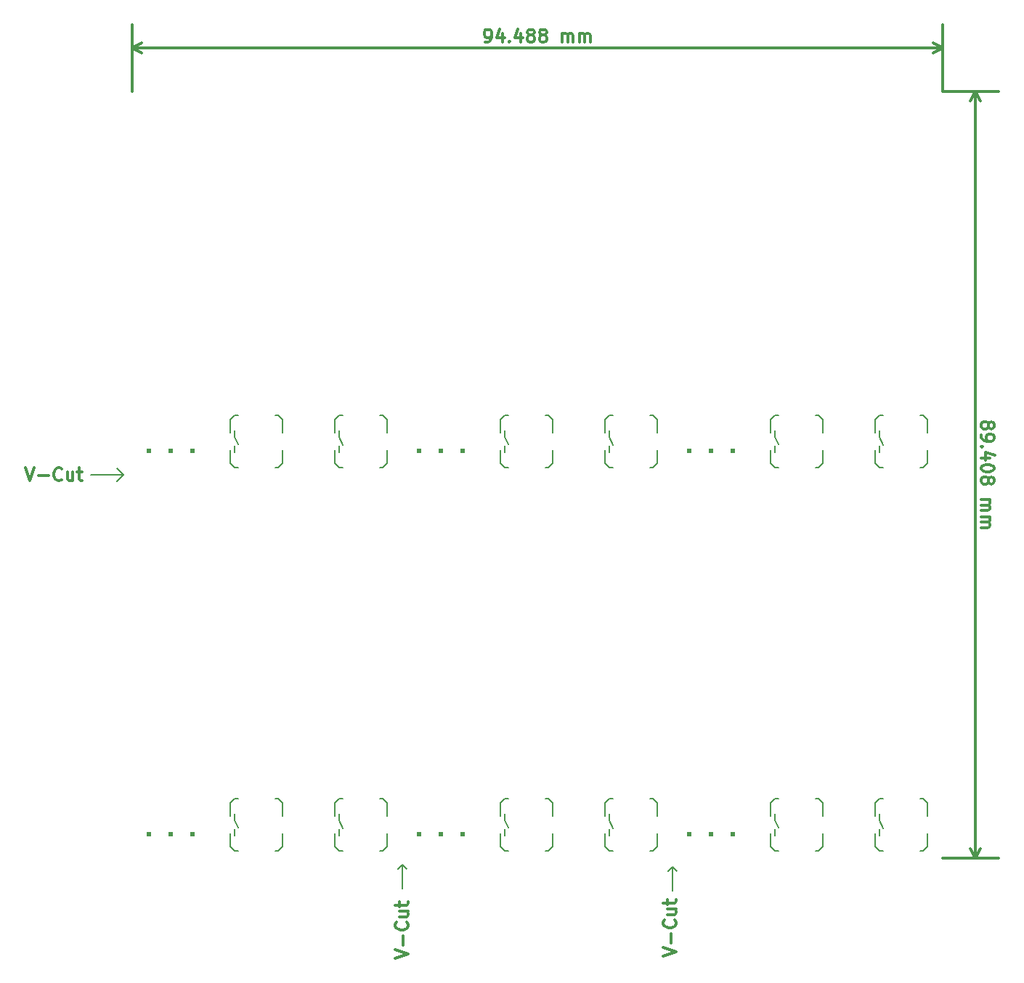
<source format=gbr>
G04 #@! TF.FileFunction,Drawing*
%FSLAX46Y46*%
G04 Gerber Fmt 4.6, Leading zero omitted, Abs format (unit mm)*
G04 Created by KiCad (PCBNEW 4.0.1-2.201512121406+6195~38~ubuntu15.10.1-stable) date Monday, December 14, 2015 PM10:58:21 HKT*
%MOMM*%
G01*
G04 APERTURE LIST*
%ADD10C,0.100000*%
%ADD11C,0.300000*%
%ADD12C,0.200000*%
%ADD13C,0.203200*%
G04 APERTURE END LIST*
D10*
D11*
X61916571Y-11413714D02*
X63416571Y-10913714D01*
X61916571Y-10413714D01*
X62845143Y-9913714D02*
X62845143Y-8770857D01*
X63273714Y-7199428D02*
X63345143Y-7270857D01*
X63416571Y-7485143D01*
X63416571Y-7628000D01*
X63345143Y-7842285D01*
X63202286Y-7985143D01*
X63059429Y-8056571D01*
X62773714Y-8128000D01*
X62559429Y-8128000D01*
X62273714Y-8056571D01*
X62130857Y-7985143D01*
X61988000Y-7842285D01*
X61916571Y-7628000D01*
X61916571Y-7485143D01*
X61988000Y-7270857D01*
X62059429Y-7199428D01*
X62416571Y-5913714D02*
X63416571Y-5913714D01*
X62416571Y-6556571D02*
X63202286Y-6556571D01*
X63345143Y-6485143D01*
X63416571Y-6342285D01*
X63416571Y-6128000D01*
X63345143Y-5985143D01*
X63273714Y-5913714D01*
X62416571Y-5413714D02*
X62416571Y-4842285D01*
X61916571Y-5199428D02*
X63202286Y-5199428D01*
X63345143Y-5128000D01*
X63416571Y-4985142D01*
X63416571Y-4842285D01*
D12*
X62992000Y-1016000D02*
X62992000Y-3810000D01*
X62992000Y-1016000D02*
X62484000Y-1524000D01*
X62992000Y-1016000D02*
X63500000Y-1524000D01*
D11*
X30674571Y-11667714D02*
X32174571Y-11167714D01*
X30674571Y-10667714D01*
X31603143Y-10167714D02*
X31603143Y-9024857D01*
X32031714Y-7453428D02*
X32103143Y-7524857D01*
X32174571Y-7739143D01*
X32174571Y-7882000D01*
X32103143Y-8096285D01*
X31960286Y-8239143D01*
X31817429Y-8310571D01*
X31531714Y-8382000D01*
X31317429Y-8382000D01*
X31031714Y-8310571D01*
X30888857Y-8239143D01*
X30746000Y-8096285D01*
X30674571Y-7882000D01*
X30674571Y-7739143D01*
X30746000Y-7524857D01*
X30817429Y-7453428D01*
X31174571Y-6167714D02*
X32174571Y-6167714D01*
X31174571Y-6810571D02*
X31960286Y-6810571D01*
X32103143Y-6739143D01*
X32174571Y-6596285D01*
X32174571Y-6382000D01*
X32103143Y-6239143D01*
X32031714Y-6167714D01*
X31174571Y-5667714D02*
X31174571Y-5096285D01*
X30674571Y-5453428D02*
X31960286Y-5453428D01*
X32103143Y-5382000D01*
X32174571Y-5239142D01*
X32174571Y-5096285D01*
D12*
X31496000Y-762000D02*
X32004000Y-1270000D01*
X31496000Y-762000D02*
X30988000Y-1270000D01*
X31496000Y-762000D02*
X31496000Y-3556000D01*
D11*
X-12429714Y45525429D02*
X-11929714Y44025429D01*
X-11429714Y45525429D01*
X-10929714Y44596857D02*
X-9786857Y44596857D01*
X-8215428Y44168286D02*
X-8286857Y44096857D01*
X-8501143Y44025429D01*
X-8644000Y44025429D01*
X-8858285Y44096857D01*
X-9001143Y44239714D01*
X-9072571Y44382571D01*
X-9144000Y44668286D01*
X-9144000Y44882571D01*
X-9072571Y45168286D01*
X-9001143Y45311143D01*
X-8858285Y45454000D01*
X-8644000Y45525429D01*
X-8501143Y45525429D01*
X-8286857Y45454000D01*
X-8215428Y45382571D01*
X-6929714Y45025429D02*
X-6929714Y44025429D01*
X-7572571Y45025429D02*
X-7572571Y44239714D01*
X-7501143Y44096857D01*
X-7358285Y44025429D01*
X-7144000Y44025429D01*
X-7001143Y44096857D01*
X-6929714Y44168286D01*
X-6429714Y45025429D02*
X-5858285Y45025429D01*
X-6215428Y45525429D02*
X-6215428Y44239714D01*
X-6144000Y44096857D01*
X-6001142Y44025429D01*
X-5858285Y44025429D01*
D12*
X-1016000Y44704000D02*
X-1778000Y43942000D01*
X-1016000Y44704000D02*
X-1778000Y45466000D01*
X-1016000Y44704000D02*
X-4826000Y44704000D01*
D11*
X99826571Y50632570D02*
X99898000Y50775428D01*
X99969429Y50846856D01*
X100112286Y50918285D01*
X100183714Y50918285D01*
X100326571Y50846856D01*
X100398000Y50775428D01*
X100469429Y50632570D01*
X100469429Y50346856D01*
X100398000Y50203999D01*
X100326571Y50132570D01*
X100183714Y50061142D01*
X100112286Y50061142D01*
X99969429Y50132570D01*
X99898000Y50203999D01*
X99826571Y50346856D01*
X99826571Y50632570D01*
X99755143Y50775428D01*
X99683714Y50846856D01*
X99540857Y50918285D01*
X99255143Y50918285D01*
X99112286Y50846856D01*
X99040857Y50775428D01*
X98969429Y50632570D01*
X98969429Y50346856D01*
X99040857Y50203999D01*
X99112286Y50132570D01*
X99255143Y50061142D01*
X99540857Y50061142D01*
X99683714Y50132570D01*
X99755143Y50203999D01*
X99826571Y50346856D01*
X98969429Y49346857D02*
X98969429Y49061142D01*
X99040857Y48918285D01*
X99112286Y48846857D01*
X99326571Y48703999D01*
X99612286Y48632571D01*
X100183714Y48632571D01*
X100326571Y48703999D01*
X100398000Y48775428D01*
X100469429Y48918285D01*
X100469429Y49203999D01*
X100398000Y49346857D01*
X100326571Y49418285D01*
X100183714Y49489714D01*
X99826571Y49489714D01*
X99683714Y49418285D01*
X99612286Y49346857D01*
X99540857Y49203999D01*
X99540857Y48918285D01*
X99612286Y48775428D01*
X99683714Y48703999D01*
X99826571Y48632571D01*
X99112286Y47989714D02*
X99040857Y47918286D01*
X98969429Y47989714D01*
X99040857Y48061143D01*
X99112286Y47989714D01*
X98969429Y47989714D01*
X99969429Y46632571D02*
X98969429Y46632571D01*
X100540857Y46989714D02*
X99469429Y47346857D01*
X99469429Y46418285D01*
X100469429Y45561143D02*
X100469429Y45418286D01*
X100398000Y45275429D01*
X100326571Y45204000D01*
X100183714Y45132571D01*
X99898000Y45061143D01*
X99540857Y45061143D01*
X99255143Y45132571D01*
X99112286Y45204000D01*
X99040857Y45275429D01*
X98969429Y45418286D01*
X98969429Y45561143D01*
X99040857Y45704000D01*
X99112286Y45775429D01*
X99255143Y45846857D01*
X99540857Y45918286D01*
X99898000Y45918286D01*
X100183714Y45846857D01*
X100326571Y45775429D01*
X100398000Y45704000D01*
X100469429Y45561143D01*
X99826571Y44204000D02*
X99898000Y44346858D01*
X99969429Y44418286D01*
X100112286Y44489715D01*
X100183714Y44489715D01*
X100326571Y44418286D01*
X100398000Y44346858D01*
X100469429Y44204000D01*
X100469429Y43918286D01*
X100398000Y43775429D01*
X100326571Y43704000D01*
X100183714Y43632572D01*
X100112286Y43632572D01*
X99969429Y43704000D01*
X99898000Y43775429D01*
X99826571Y43918286D01*
X99826571Y44204000D01*
X99755143Y44346858D01*
X99683714Y44418286D01*
X99540857Y44489715D01*
X99255143Y44489715D01*
X99112286Y44418286D01*
X99040857Y44346858D01*
X98969429Y44204000D01*
X98969429Y43918286D01*
X99040857Y43775429D01*
X99112286Y43704000D01*
X99255143Y43632572D01*
X99540857Y43632572D01*
X99683714Y43704000D01*
X99755143Y43775429D01*
X99826571Y43918286D01*
X98969429Y41846858D02*
X99969429Y41846858D01*
X99826571Y41846858D02*
X99898000Y41775430D01*
X99969429Y41632572D01*
X99969429Y41418287D01*
X99898000Y41275430D01*
X99755143Y41204001D01*
X98969429Y41204001D01*
X99755143Y41204001D02*
X99898000Y41132572D01*
X99969429Y40989715D01*
X99969429Y40775430D01*
X99898000Y40632572D01*
X99755143Y40561144D01*
X98969429Y40561144D01*
X98969429Y39846858D02*
X99969429Y39846858D01*
X99826571Y39846858D02*
X99898000Y39775430D01*
X99969429Y39632572D01*
X99969429Y39418287D01*
X99898000Y39275430D01*
X99755143Y39204001D01*
X98969429Y39204001D01*
X99755143Y39204001D02*
X99898000Y39132572D01*
X99969429Y38989715D01*
X99969429Y38775430D01*
X99898000Y38632572D01*
X99755143Y38561144D01*
X98969429Y38561144D01*
X98298000Y89408000D02*
X98298000Y0D01*
X94488000Y89408000D02*
X100998000Y89408000D01*
X94488000Y0D02*
X100998000Y0D01*
X98298000Y0D02*
X97711579Y1126504D01*
X98298000Y0D02*
X98884421Y1126504D01*
X98298000Y89408000D02*
X97711579Y88281496D01*
X98298000Y89408000D02*
X98884421Y88281496D01*
X41172572Y95159429D02*
X41458287Y95159429D01*
X41601144Y95230857D01*
X41672572Y95302286D01*
X41815430Y95516571D01*
X41886858Y95802286D01*
X41886858Y96373714D01*
X41815430Y96516571D01*
X41744001Y96588000D01*
X41601144Y96659429D01*
X41315430Y96659429D01*
X41172572Y96588000D01*
X41101144Y96516571D01*
X41029715Y96373714D01*
X41029715Y96016571D01*
X41101144Y95873714D01*
X41172572Y95802286D01*
X41315430Y95730857D01*
X41601144Y95730857D01*
X41744001Y95802286D01*
X41815430Y95873714D01*
X41886858Y96016571D01*
X43172572Y96159429D02*
X43172572Y95159429D01*
X42815429Y96730857D02*
X42458286Y95659429D01*
X43386858Y95659429D01*
X43958286Y95302286D02*
X44029714Y95230857D01*
X43958286Y95159429D01*
X43886857Y95230857D01*
X43958286Y95302286D01*
X43958286Y95159429D01*
X45315429Y96159429D02*
X45315429Y95159429D01*
X44958286Y96730857D02*
X44601143Y95659429D01*
X45529715Y95659429D01*
X46315429Y96016571D02*
X46172571Y96088000D01*
X46101143Y96159429D01*
X46029714Y96302286D01*
X46029714Y96373714D01*
X46101143Y96516571D01*
X46172571Y96588000D01*
X46315429Y96659429D01*
X46601143Y96659429D01*
X46744000Y96588000D01*
X46815429Y96516571D01*
X46886857Y96373714D01*
X46886857Y96302286D01*
X46815429Y96159429D01*
X46744000Y96088000D01*
X46601143Y96016571D01*
X46315429Y96016571D01*
X46172571Y95945143D01*
X46101143Y95873714D01*
X46029714Y95730857D01*
X46029714Y95445143D01*
X46101143Y95302286D01*
X46172571Y95230857D01*
X46315429Y95159429D01*
X46601143Y95159429D01*
X46744000Y95230857D01*
X46815429Y95302286D01*
X46886857Y95445143D01*
X46886857Y95730857D01*
X46815429Y95873714D01*
X46744000Y95945143D01*
X46601143Y96016571D01*
X47744000Y96016571D02*
X47601142Y96088000D01*
X47529714Y96159429D01*
X47458285Y96302286D01*
X47458285Y96373714D01*
X47529714Y96516571D01*
X47601142Y96588000D01*
X47744000Y96659429D01*
X48029714Y96659429D01*
X48172571Y96588000D01*
X48244000Y96516571D01*
X48315428Y96373714D01*
X48315428Y96302286D01*
X48244000Y96159429D01*
X48172571Y96088000D01*
X48029714Y96016571D01*
X47744000Y96016571D01*
X47601142Y95945143D01*
X47529714Y95873714D01*
X47458285Y95730857D01*
X47458285Y95445143D01*
X47529714Y95302286D01*
X47601142Y95230857D01*
X47744000Y95159429D01*
X48029714Y95159429D01*
X48172571Y95230857D01*
X48244000Y95302286D01*
X48315428Y95445143D01*
X48315428Y95730857D01*
X48244000Y95873714D01*
X48172571Y95945143D01*
X48029714Y96016571D01*
X50101142Y95159429D02*
X50101142Y96159429D01*
X50101142Y96016571D02*
X50172570Y96088000D01*
X50315428Y96159429D01*
X50529713Y96159429D01*
X50672570Y96088000D01*
X50743999Y95945143D01*
X50743999Y95159429D01*
X50743999Y95945143D02*
X50815428Y96088000D01*
X50958285Y96159429D01*
X51172570Y96159429D01*
X51315428Y96088000D01*
X51386856Y95945143D01*
X51386856Y95159429D01*
X52101142Y95159429D02*
X52101142Y96159429D01*
X52101142Y96016571D02*
X52172570Y96088000D01*
X52315428Y96159429D01*
X52529713Y96159429D01*
X52672570Y96088000D01*
X52743999Y95945143D01*
X52743999Y95159429D01*
X52743999Y95945143D02*
X52815428Y96088000D01*
X52958285Y96159429D01*
X53172570Y96159429D01*
X53315428Y96088000D01*
X53386856Y95945143D01*
X53386856Y95159429D01*
X0Y94488000D02*
X94488000Y94488000D01*
X0Y89408000D02*
X0Y97188000D01*
X94488000Y89408000D02*
X94488000Y97188000D01*
X94488000Y94488000D02*
X93361496Y93901579D01*
X94488000Y94488000D02*
X93361496Y95074421D01*
X0Y94488000D02*
X1126504Y93901579D01*
X0Y94488000D02*
X1126504Y95074421D01*
D10*
G36*
X69723000Y2540000D02*
X70231000Y2540000D01*
X70231000Y3048000D01*
X69723000Y3048000D01*
X69723000Y2540000D01*
G37*
G36*
X67183000Y2540000D02*
X67691000Y2540000D01*
X67691000Y3048000D01*
X67183000Y3048000D01*
X67183000Y2540000D01*
G37*
G36*
X64643000Y2540000D02*
X65151000Y2540000D01*
X65151000Y3048000D01*
X64643000Y3048000D01*
X64643000Y2540000D01*
G37*
D13*
X80518000Y4953000D02*
X80518000Y6477000D01*
X80518000Y6477000D02*
X80010000Y6985000D01*
X80010000Y889000D02*
X80518000Y1397000D01*
X80518000Y1397000D02*
X80518000Y2921000D01*
X74930000Y6985000D02*
X74422000Y6477000D01*
X74422000Y6477000D02*
X74422000Y4953000D01*
X74930000Y889000D02*
X74422000Y1397000D01*
X74422000Y1397000D02*
X74422000Y2921000D01*
X80010000Y889000D02*
X79629000Y889000D01*
X74930000Y889000D02*
X75311000Y889000D01*
X74930000Y6985000D02*
X75311000Y6985000D01*
X80010000Y6985000D02*
X79629000Y6985000D01*
X74930000Y5207000D02*
X74930000Y4445000D01*
X74930000Y3429000D02*
X74930000Y2667000D01*
X74930000Y4445000D02*
X75311000Y3556000D01*
X92710000Y4890000D02*
X92710000Y6414000D01*
X92710000Y6414000D02*
X92202000Y6922000D01*
X92202000Y826000D02*
X92710000Y1334000D01*
X92710000Y1334000D02*
X92710000Y2858000D01*
X87122000Y6922000D02*
X86614000Y6414000D01*
X86614000Y6414000D02*
X86614000Y4890000D01*
X87122000Y826000D02*
X86614000Y1334000D01*
X86614000Y1334000D02*
X86614000Y2858000D01*
X92202000Y826000D02*
X91821000Y826000D01*
X87122000Y826000D02*
X87503000Y826000D01*
X87122000Y6922000D02*
X87503000Y6922000D01*
X92202000Y6922000D02*
X91821000Y6922000D01*
X87122000Y5144000D02*
X87122000Y4382000D01*
X87122000Y3366000D02*
X87122000Y2604000D01*
X87122000Y4382000D02*
X87503000Y3493000D01*
D10*
G36*
X69723000Y47244000D02*
X70231000Y47244000D01*
X70231000Y47752000D01*
X69723000Y47752000D01*
X69723000Y47244000D01*
G37*
G36*
X67183000Y47244000D02*
X67691000Y47244000D01*
X67691000Y47752000D01*
X67183000Y47752000D01*
X67183000Y47244000D01*
G37*
G36*
X64643000Y47244000D02*
X65151000Y47244000D01*
X65151000Y47752000D01*
X64643000Y47752000D01*
X64643000Y47244000D01*
G37*
D13*
X80518000Y49657000D02*
X80518000Y51181000D01*
X80518000Y51181000D02*
X80010000Y51689000D01*
X80010000Y45593000D02*
X80518000Y46101000D01*
X80518000Y46101000D02*
X80518000Y47625000D01*
X74930000Y51689000D02*
X74422000Y51181000D01*
X74422000Y51181000D02*
X74422000Y49657000D01*
X74930000Y45593000D02*
X74422000Y46101000D01*
X74422000Y46101000D02*
X74422000Y47625000D01*
X80010000Y45593000D02*
X79629000Y45593000D01*
X74930000Y45593000D02*
X75311000Y45593000D01*
X74930000Y51689000D02*
X75311000Y51689000D01*
X80010000Y51689000D02*
X79629000Y51689000D01*
X74930000Y49911000D02*
X74930000Y49149000D01*
X74930000Y48133000D02*
X74930000Y47371000D01*
X74930000Y49149000D02*
X75311000Y48260000D01*
X92710000Y49594000D02*
X92710000Y51118000D01*
X92710000Y51118000D02*
X92202000Y51626000D01*
X92202000Y45530000D02*
X92710000Y46038000D01*
X92710000Y46038000D02*
X92710000Y47562000D01*
X87122000Y51626000D02*
X86614000Y51118000D01*
X86614000Y51118000D02*
X86614000Y49594000D01*
X87122000Y45530000D02*
X86614000Y46038000D01*
X86614000Y46038000D02*
X86614000Y47562000D01*
X92202000Y45530000D02*
X91821000Y45530000D01*
X87122000Y45530000D02*
X87503000Y45530000D01*
X87122000Y51626000D02*
X87503000Y51626000D01*
X92202000Y51626000D02*
X91821000Y51626000D01*
X87122000Y49848000D02*
X87122000Y49086000D01*
X87122000Y48070000D02*
X87122000Y47308000D01*
X87122000Y49086000D02*
X87503000Y48197000D01*
D10*
G36*
X38227000Y2540000D02*
X38735000Y2540000D01*
X38735000Y3048000D01*
X38227000Y3048000D01*
X38227000Y2540000D01*
G37*
G36*
X35687000Y2540000D02*
X36195000Y2540000D01*
X36195000Y3048000D01*
X35687000Y3048000D01*
X35687000Y2540000D01*
G37*
G36*
X33147000Y2540000D02*
X33655000Y2540000D01*
X33655000Y3048000D01*
X33147000Y3048000D01*
X33147000Y2540000D01*
G37*
D13*
X49022000Y4953000D02*
X49022000Y6477000D01*
X49022000Y6477000D02*
X48514000Y6985000D01*
X48514000Y889000D02*
X49022000Y1397000D01*
X49022000Y1397000D02*
X49022000Y2921000D01*
X43434000Y6985000D02*
X42926000Y6477000D01*
X42926000Y6477000D02*
X42926000Y4953000D01*
X43434000Y889000D02*
X42926000Y1397000D01*
X42926000Y1397000D02*
X42926000Y2921000D01*
X48514000Y889000D02*
X48133000Y889000D01*
X43434000Y889000D02*
X43815000Y889000D01*
X43434000Y6985000D02*
X43815000Y6985000D01*
X48514000Y6985000D02*
X48133000Y6985000D01*
X43434000Y5207000D02*
X43434000Y4445000D01*
X43434000Y3429000D02*
X43434000Y2667000D01*
X43434000Y4445000D02*
X43815000Y3556000D01*
X61214000Y4890000D02*
X61214000Y6414000D01*
X61214000Y6414000D02*
X60706000Y6922000D01*
X60706000Y826000D02*
X61214000Y1334000D01*
X61214000Y1334000D02*
X61214000Y2858000D01*
X55626000Y6922000D02*
X55118000Y6414000D01*
X55118000Y6414000D02*
X55118000Y4890000D01*
X55626000Y826000D02*
X55118000Y1334000D01*
X55118000Y1334000D02*
X55118000Y2858000D01*
X60706000Y826000D02*
X60325000Y826000D01*
X55626000Y826000D02*
X56007000Y826000D01*
X55626000Y6922000D02*
X56007000Y6922000D01*
X60706000Y6922000D02*
X60325000Y6922000D01*
X55626000Y5144000D02*
X55626000Y4382000D01*
X55626000Y3366000D02*
X55626000Y2604000D01*
X55626000Y4382000D02*
X56007000Y3493000D01*
D10*
G36*
X38227000Y47244000D02*
X38735000Y47244000D01*
X38735000Y47752000D01*
X38227000Y47752000D01*
X38227000Y47244000D01*
G37*
G36*
X35687000Y47244000D02*
X36195000Y47244000D01*
X36195000Y47752000D01*
X35687000Y47752000D01*
X35687000Y47244000D01*
G37*
G36*
X33147000Y47244000D02*
X33655000Y47244000D01*
X33655000Y47752000D01*
X33147000Y47752000D01*
X33147000Y47244000D01*
G37*
D13*
X49022000Y49657000D02*
X49022000Y51181000D01*
X49022000Y51181000D02*
X48514000Y51689000D01*
X48514000Y45593000D02*
X49022000Y46101000D01*
X49022000Y46101000D02*
X49022000Y47625000D01*
X43434000Y51689000D02*
X42926000Y51181000D01*
X42926000Y51181000D02*
X42926000Y49657000D01*
X43434000Y45593000D02*
X42926000Y46101000D01*
X42926000Y46101000D02*
X42926000Y47625000D01*
X48514000Y45593000D02*
X48133000Y45593000D01*
X43434000Y45593000D02*
X43815000Y45593000D01*
X43434000Y51689000D02*
X43815000Y51689000D01*
X48514000Y51689000D02*
X48133000Y51689000D01*
X43434000Y49911000D02*
X43434000Y49149000D01*
X43434000Y48133000D02*
X43434000Y47371000D01*
X43434000Y49149000D02*
X43815000Y48260000D01*
X61214000Y49594000D02*
X61214000Y51118000D01*
X61214000Y51118000D02*
X60706000Y51626000D01*
X60706000Y45530000D02*
X61214000Y46038000D01*
X61214000Y46038000D02*
X61214000Y47562000D01*
X55626000Y51626000D02*
X55118000Y51118000D01*
X55118000Y51118000D02*
X55118000Y49594000D01*
X55626000Y45530000D02*
X55118000Y46038000D01*
X55118000Y46038000D02*
X55118000Y47562000D01*
X60706000Y45530000D02*
X60325000Y45530000D01*
X55626000Y45530000D02*
X56007000Y45530000D01*
X55626000Y51626000D02*
X56007000Y51626000D01*
X60706000Y51626000D02*
X60325000Y51626000D01*
X55626000Y49848000D02*
X55626000Y49086000D01*
X55626000Y48070000D02*
X55626000Y47308000D01*
X55626000Y49086000D02*
X56007000Y48197000D01*
D10*
G36*
X6731000Y2540000D02*
X7239000Y2540000D01*
X7239000Y3048000D01*
X6731000Y3048000D01*
X6731000Y2540000D01*
G37*
G36*
X4191000Y2540000D02*
X4699000Y2540000D01*
X4699000Y3048000D01*
X4191000Y3048000D01*
X4191000Y2540000D01*
G37*
G36*
X1651000Y2540000D02*
X2159000Y2540000D01*
X2159000Y3048000D01*
X1651000Y3048000D01*
X1651000Y2540000D01*
G37*
D13*
X17526000Y4953000D02*
X17526000Y6477000D01*
X17526000Y6477000D02*
X17018000Y6985000D01*
X17018000Y889000D02*
X17526000Y1397000D01*
X17526000Y1397000D02*
X17526000Y2921000D01*
X11938000Y6985000D02*
X11430000Y6477000D01*
X11430000Y6477000D02*
X11430000Y4953000D01*
X11938000Y889000D02*
X11430000Y1397000D01*
X11430000Y1397000D02*
X11430000Y2921000D01*
X17018000Y889000D02*
X16637000Y889000D01*
X11938000Y889000D02*
X12319000Y889000D01*
X11938000Y6985000D02*
X12319000Y6985000D01*
X17018000Y6985000D02*
X16637000Y6985000D01*
X11938000Y5207000D02*
X11938000Y4445000D01*
X11938000Y3429000D02*
X11938000Y2667000D01*
X11938000Y4445000D02*
X12319000Y3556000D01*
X29718000Y4890000D02*
X29718000Y6414000D01*
X29718000Y6414000D02*
X29210000Y6922000D01*
X29210000Y826000D02*
X29718000Y1334000D01*
X29718000Y1334000D02*
X29718000Y2858000D01*
X24130000Y6922000D02*
X23622000Y6414000D01*
X23622000Y6414000D02*
X23622000Y4890000D01*
X24130000Y826000D02*
X23622000Y1334000D01*
X23622000Y1334000D02*
X23622000Y2858000D01*
X29210000Y826000D02*
X28829000Y826000D01*
X24130000Y826000D02*
X24511000Y826000D01*
X24130000Y6922000D02*
X24511000Y6922000D01*
X29210000Y6922000D02*
X28829000Y6922000D01*
X24130000Y5144000D02*
X24130000Y4382000D01*
X24130000Y3366000D02*
X24130000Y2604000D01*
X24130000Y4382000D02*
X24511000Y3493000D01*
X29718000Y49594000D02*
X29718000Y51118000D01*
X29718000Y51118000D02*
X29210000Y51626000D01*
X29210000Y45530000D02*
X29718000Y46038000D01*
X29718000Y46038000D02*
X29718000Y47562000D01*
X24130000Y51626000D02*
X23622000Y51118000D01*
X23622000Y51118000D02*
X23622000Y49594000D01*
X24130000Y45530000D02*
X23622000Y46038000D01*
X23622000Y46038000D02*
X23622000Y47562000D01*
X29210000Y45530000D02*
X28829000Y45530000D01*
X24130000Y45530000D02*
X24511000Y45530000D01*
X24130000Y51626000D02*
X24511000Y51626000D01*
X29210000Y51626000D02*
X28829000Y51626000D01*
X24130000Y49848000D02*
X24130000Y49086000D01*
X24130000Y48070000D02*
X24130000Y47308000D01*
X24130000Y49086000D02*
X24511000Y48197000D01*
X17526000Y49657000D02*
X17526000Y51181000D01*
X17526000Y51181000D02*
X17018000Y51689000D01*
X17018000Y45593000D02*
X17526000Y46101000D01*
X17526000Y46101000D02*
X17526000Y47625000D01*
X11938000Y51689000D02*
X11430000Y51181000D01*
X11430000Y51181000D02*
X11430000Y49657000D01*
X11938000Y45593000D02*
X11430000Y46101000D01*
X11430000Y46101000D02*
X11430000Y47625000D01*
X17018000Y45593000D02*
X16637000Y45593000D01*
X11938000Y45593000D02*
X12319000Y45593000D01*
X11938000Y51689000D02*
X12319000Y51689000D01*
X17018000Y51689000D02*
X16637000Y51689000D01*
X11938000Y49911000D02*
X11938000Y49149000D01*
X11938000Y48133000D02*
X11938000Y47371000D01*
X11938000Y49149000D02*
X12319000Y48260000D01*
D10*
G36*
X6731000Y47244000D02*
X7239000Y47244000D01*
X7239000Y47752000D01*
X6731000Y47752000D01*
X6731000Y47244000D01*
G37*
G36*
X4191000Y47244000D02*
X4699000Y47244000D01*
X4699000Y47752000D01*
X4191000Y47752000D01*
X4191000Y47244000D01*
G37*
G36*
X1651000Y47244000D02*
X2159000Y47244000D01*
X2159000Y47752000D01*
X1651000Y47752000D01*
X1651000Y47244000D01*
G37*
M02*

</source>
